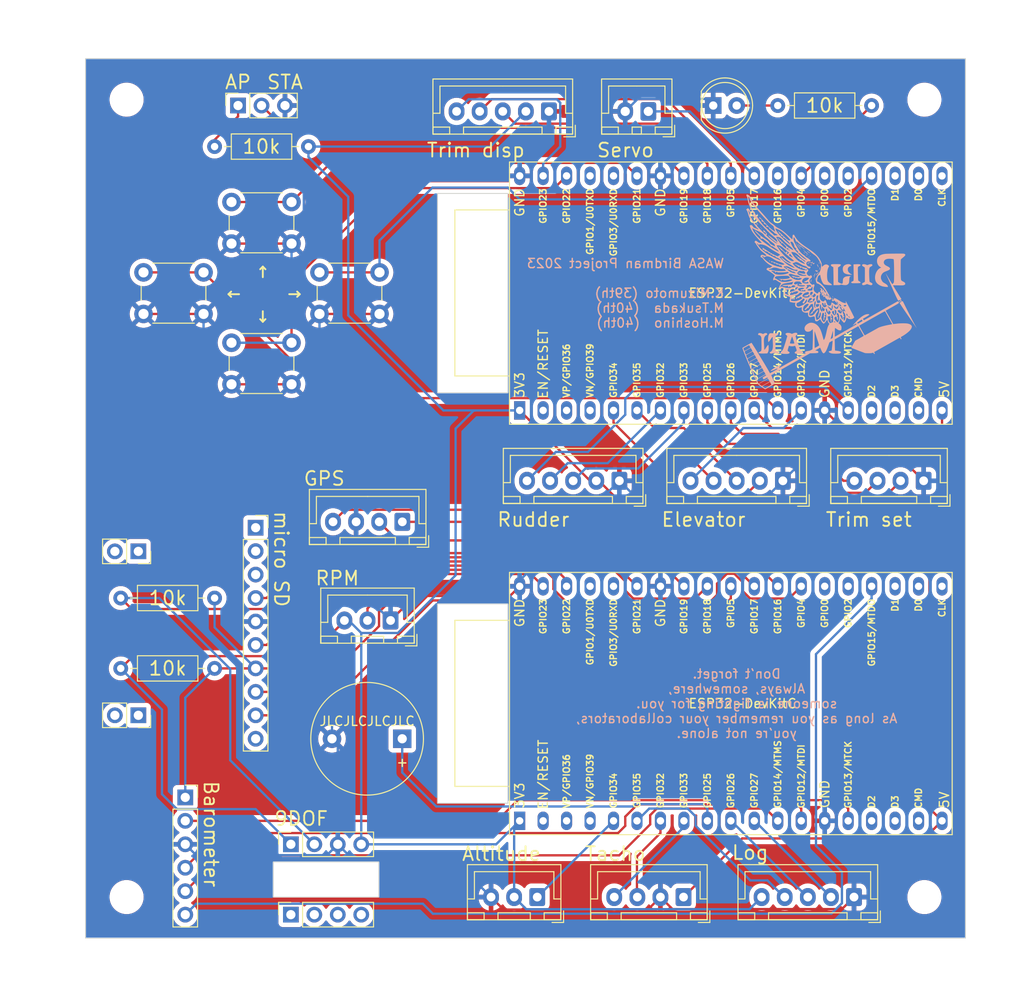
<source format=kicad_pcb>
(kicad_pcb (version 20221018) (generator pcbnew)
  (title_block (title "WASA2023年度電装基板") (rev "v1.0.0") (company "早稲田大学宇宙航空研究会WASA 鳥人間プロジェクト"))
  (layers (0 "F.Cu" signal) (31 "B.Cu" signal) (34 "B.Paste" user) (35 "F.Paste" user) (36 "B.SilkS" user "B.Silkscreen") (37 "F.SilkS" user "F.Silkscreen") (38 "B.Mask" user) (39 "F.Mask" user) (44 "Edge.Cuts" user))
  (net 0 "")
  (net 4 "Net-(D1-A)")
  (net 5 "/33A")
  (net 6 "/32A")
  (net 7 "/13A")
  (net 8 "/35A")
  (net 9 "/34A")
  (net 10 "/12A")
  (net 11 "/27A")
  (net 12 "/26A")
  (net 13 "/25A")
  (net 20 "/18A")
  (net 23 "/5A")
  (net 24 "/23A")
  (net 25 "/TX2A")
  (net 26 "/4A")
  (net 27 "/21A")
  (net 28 "/22A")
  (net 29 "/14A")
  (net 32 "/15A")
  (net 33 "+3.3V")
  (net 34 "GND")
  (net 35 "+5V")
  (net 37 "/19A")
  (net 38 "/34B")
  (net 39 "/35B")
  (net 40 "/32B")
  (net 41 "/33B")
  (net 42 "/25B")
  (net 43 "/26B")
  (net 44 "/27B")
  (net 45 "/14B")
  (net 52 "/12B")
  (net 55 "/13B")
  (net 56 "/15B")
  (net 57 "/4B")
  (net 58 "/RX2B")
  (net 59 "/TX2B")
  (net 60 "/5B")
  (net 61 "/18B")
  (net 64 "/19B")
  (net 65 "/21B")
  (net 66 "/22B")
  (net 67 "/23B")
  (net 83 "Net-(SW5-A)")
  (footprint "Connector_PinSocket_2.54mm:PinSocket_1x04_P2.54mm_Vertical" (layer "F.Cu") (at 85.725 148.59 90)
    (fp_text reference "J12" hide)
    (fp_text value "Conn_01x04")
  )
  (footprint "Connector_PinSocket_2.54mm:PinSocket_1x02_P2.54mm_Vertical" (layer "F.Cu") (at 69.215 116.865 -90)
    (fp_text reference "J15" hide)
    (fp_text value "Conn_01x02")
  )
  (footprint "Connector_PinSocket_2.54mm:PinSocket_1x10_P2.54mm_Vertical" (layer "F.Cu") (at 81.915 114.3)
    (fp_text reference "J14" hide)
    (fp_text value "Conn_01x10")
  )
  (footprint "Connector_JST:JST_XH_B4B-XH-A_1x04_P2.50mm_Vertical" (layer "F.Cu") (at 128.23 154.305 180)
    (fp_text reference "J9" hide)
    (fp_text value "Conn_01x04")
  )
  (footprint "Button_Switch_THT:SW_PUSH_6mm" (layer "F.Cu") (at 69.775 86.65)
    (fp_text reference "SW3" hide)
    (fp_text value "SW_Push")
  )
  (footprint "PCM_Espressif:ESP32-DevKitC" (layer "F.Cu") (at 110.4927 101.5963 90)
    (fp_text reference "U1" hide)
    (fp_text value "ESP32-DevKitC")
  )
  (footprint "Connector_JST:JST_XH_B5B-XH-A_1x05_P2.50mm_Vertical" (layer "F.Cu") (at 146.685 154.305 180)
    (fp_text reference "J8" hide)
    (fp_text value "Conn_01x05")
  )
  (footprint "Connector_PinSocket_2.54mm:PinSocket_1x02_P2.54mm_Vertical" (layer "F.Cu") (at 69.215 134.62 -90)
    (fp_text reference "J16" hide)
    (fp_text value "Conn_01x02")
  )
  (footprint "MountingHole:MountingHole_3.2mm_M3" (layer "F.Cu") (at 154.305 154.305)
    (fp_text reference "H4" hide)
    (fp_text value "MountingHole")
  )
  (footprint "Connector_JST:JST_XH_B3B-XH-A_1x03_P2.50mm_Vertical" (layer "F.Cu") (at 112.395 154.305 180)
    (fp_text reference "J7" hide)
    (fp_text value "Conn_01x03")
  )
  (footprint "MountingHole:MountingHole_3.2mm_M3" (layer "F.Cu") (at 154.305 67.945)
    (fp_text reference "H2" hide)
    (fp_text value "MountingHole")
  )
  (footprint "Connector_PinSocket_2.54mm:PinSocket_1x06_P2.54mm_Vertical" (layer "F.Cu") (at 74.295 143.51)
    (fp_text reference "J6" hide)
    (fp_text value "Conn_01x06")
  )
  (footprint "MountingHole:MountingHole_3.2mm_M3" (layer "F.Cu") (at 67.945 67.945)
    (fp_text reference "H1" hide)
    (fp_text value "MountingHole")
  )
  (footprint "Button_Switch_THT:SW_PUSH_6mm" (layer "F.Cu") (at 88.825 86.65)
    (fp_text reference "SW4" hide)
    (fp_text value "SW_Push")
  )
  (footprint "Connector_JST:JST_XH_B5B-XH-A_1x05_P2.50mm_Vertical" (layer "F.Cu") (at 113.665 69.215 180)
    (fp_text reference "J4" hide)
    (fp_text value "Conn_01x05")
  )
  (footprint "Button_Switch_THT:SW_PUSH_6mm" (layer "F.Cu") (at 79.3 94.27)
    (fp_text reference "SW2" hide)
    (fp_text value "SW_Push")
  )
  (footprint "Resistor_THT:R_Axial_DIN0207_L6.3mm_D2.5mm_P10.16mm_Horizontal" (layer "F.Cu") (at 67.31 129.54)
    (fp_text reference "R2" hide)
    (fp_text value "10k")
  )
  (footprint "Button_Switch_THT:SW_PUSH_6mm" (layer "F.Cu") (at 79.3 79.03)
    (fp_text reference "SW1" hide)
    (fp_text value "SW_Push")
  )
  (footprint "Resistor_THT:R_Axial_DIN0207_L6.3mm_D2.5mm_P10.16mm_Horizontal" (layer "F.Cu") (at 148.59 68.58 180)
    (fp_text reference "R1" hide)
    (fp_text value "10k")
  )
  (footprint "Connector_PinSocket_2.54mm:PinSocket_1x04_P2.54mm_Vertical" (layer "F.Cu") (at 85.725 156.21 90)
    (fp_text reference "J13" hide)
    (fp_text value "Conn_01x04")
  )
  (footprint "Buzzer_Beeper:Buzzer_12x9.5RM7.6" (layer "F.Cu") (at 97.78 137.16 180)
    (fp_text reference "BZ1" hide)
    (fp_text value "Buzzer")
  )
  (footprint "Connector_JST:JST_XH_B5B-XH-A_1x05_P2.50mm_Vertical" (layer "F.Cu") (at 121.285 109.22 180)
    (fp_text reference "J1" hide)
    (fp_text value "Conn_01x05")
  )
  (footprint "Connector_JST:JST_XH_B4B-XH-A_1x04_P2.50mm_Vertical" (layer "F.Cu") (at 97.79 113.665 180)
    (fp_text reference "J11" hide)
    (fp_text value "Conn_01x04")
  )
  (footprint "Connector_JST:JST_XH_B3B-XH-A_1x03_P2.50mm_Vertical" (layer "F.Cu") (at 96.52 124.35 180)
    (fp_text reference "J10" hide)
    (fp_text value "Conn_01x03")
  )
  (footprint "MountingHole:MountingHole_3.2mm_M3" (layer "F.Cu") (at 67.945 154.305)
    (fp_text reference "H3" hide)
    (fp_text value "MountingHole")
  )
  (footprint "Connector_JST:JST_XH_B5B-XH-A_1x05_P2.50mm_Vertical" (layer "F.Cu") (at 138.985 109.22 180)
    (fp_text reference "J2" hide)
    (fp_text value "Conn_01x05")
  )
  (footprint "Connector_JST:JST_XH_B4B-XH-A_1x04_P2.50mm_Vertical" (layer "F.Cu") (at 154.225 109.22 180)
    (fp_text reference "J3" hide)
    (fp_text value "Conn_01x04")
  )
  (footprint "Connector_JST:JST_XH_B2B-XH-A_1x02_P2.50mm_Vertical" (layer "F.Cu") (at 124.42 69.215 180)
    (fp_text reference "J5" hide)
    (fp_text value "Conn_01x02")
  )
  (footprint "LED_THT:LED_D5.0mm_Clear" (layer "F.Cu") (at 131.445 68.58)
    (fp_text reference "D1" hide)
    (fp_text value "LED")
  )
  (footprint "Resistor_THT:R_Axial_DIN0207_L6.3mm_D2.5mm_P10.16mm_Horizontal" (layer "F.Cu") (at 67.31 121.92)
    (fp_text reference "R3" hide)
    (fp_text value "10k")
  )
  (footprint "Resistor_THT:R_Axial_DIN0207_L6.3mm_D2.5mm_P10.16mm_Horizontal" (layer "F.Cu") (at 77.47 73.025)
    (fp_text reference "R4" hide)
    (fp_text value "10k")
  )
  (footprint "PCM_Espressif:ESP32-DevKitC" (layer "F.Cu") (at 110.4927 146.0463 90)
    (fp_text reference "U2" hide)
    (fp_text value "ESP32-DevKitC")
  )
  (footprint "Connector_PinSocket_2.54mm:PinSocket_1x03_P2.54mm_Vertical" (layer "F.Cu") (at 80.01 68.58 90)
    (fp_text reference "SW5" hide)
    (fp_text value "SW_Push_SPDT")
  )
  (footprint "LOGO" (layer "B.Cu") (at 143.51 88.9 180)
    (fp_text reference "G***" hide)
    (fp_text value "LOGO" hide)
  )
  (gr_rect (start 83.82 150.495) (end 95.25 154.305) (stroke (width 0.1)) (fill none) (layer "Edge.Cuts"))
  (gr_rect (start 101.6 78.105) (end 109.22 99.695) (stroke (width 0.1)) (fill none) (layer "Edge.Cuts"))
  (gr_rect (start 101.6 122.555) (end 109.22 144.145) (stroke (width 0.1)) (fill none) (layer "Edge.Cuts"))
  (gr_rect (start 63.5 63.5) (end 158.75 158.75) (stroke (width 0.1)) (fill none) (layer "Edge.Cuts"))
  (gr_text "Don't forget.\nAlways, somewhere,\nsomeone is fighting for you.\nAs long as you remember your collaborators,\nyou're not alone." (at 133.985 133.35) (layer "B.SilkS") (effects (font (size 1 1)) (justify mirror)))
  (gr_text "WASA Birdman Project 2023\n\nK.Mizumoto (39th)\nM.Tsukada  (40th)\nM.Hoshino  (40th)" (at 132.715 88.9) (layer "B.SilkS") (effects (font (size 1 1)) (justify left mirror)))
  (gr_text "10k" (at 72.39 121.92) (layer "F.SilkS") (effects (font (size 1.5 1.5) (thickness 0.2))))
  (gr_text "9DOF" (at 83.82 146.685) (layer "F.SilkS") (effects (font (size 1.5 1.5) (thickness 0.2)) (justify left bottom)))
  (gr_text "Tacho" (at 117.475 150.495) (layer "F.SilkS") (effects (font (size 1.5 1.5) (thickness 0.2)) (justify left bottom)))
  (gr_text "Rudder" (at 107.95 114.3) (layer "F.SilkS") (effects (font (size 1.5 1.5) (thickness 0.2)) (justify left bottom)))
  (gr_text "10k" (at 72.39 129.54) (layer "F.SilkS") (effects (font (size 1.5 1.5) (thickness 0.2))))
  (gr_text "JLCJLCJLCJLC" (at 93.98 135.255) (layer "F.SilkS") (effects (font (size 1 1))))
  (gr_text "STA" (at 85.09 66.04) (layer "F.SilkS") (effects (font (size 1.5 1.5) (thickness 0.2))))
  (gr_text "Elevator" (at 125.73 114.3) (layer "F.SilkS") (effects (font (size 1.5 1.5) (thickness 0.2)) (justify left bottom)))
  (gr_text "micro SD" (at 83.82 112.395 270) (layer "F.SilkS") (effects (font (size 1.5 1.5) (thickness 0.2)) (justify left bottom)))
  (gr_text "Altitude" (at 104.14 150.495) (layer "F.SilkS") (effects (font (size 1.5 1.5) (thickness 0.2)) (justify left bottom)))
  (gr_text "Log" (at 133.35 150.368) (layer "F.SilkS") (effects (font (size 1.5 1.5) (thickness 0.2)) (justify left bottom)))
  (gr_text "Barometer" (at 76.2 141.605 270) (layer "F.SilkS") (effects (font (size 1.5 1.5) (thickness 0.2)) (justify left bottom)))
  (gr_text "GPS" (at 86.995 109.855) (layer "F.SilkS") (effects (font (size 1.5 1.5) (thickness 0.2)) (justify left bottom)))
  (gr_text "10k" (at 143.51 68.58) (layer "F.SilkS") (effects (font (size 1.5 1.5) (thickness 0.2))))
  (gr_text "　　↑　\n←　　　→\n　　↓" (at 78.486 88.9) (layer "F.SilkS") (effects (font (size 1.5 1.5) (thickness 0.2)) (justify left)))
  (gr_text "Servo" (at 118.745 74.295) (layer "F.SilkS") (effects (font (size 1.5 1.5) (thickness 0.2)) (justify left bottom)))
  (gr_text "Trim disp" (at 100.33 74.295) (layer "F.SilkS") (effects (font (size 1.5 1.5) (thickness 0.2)) (justify left bottom)))
  (gr_text "AP" (at 80.01 66.04) (layer "F.SilkS") (effects (font (size 1.5 1.5) (thickness 0.2))))
  (gr_text "RPM" (at 88.265 120.65) (layer "F.SilkS") (effects (font (size 1.5 1.5) (thickness 0.2)) (justify left bottom)))
  (gr_text "Trim set" (at 143.51 114.3) (layer "F.SilkS") (effects (font (size 1.5 1.5) (thickness 0.2)) (justify left bottom)))
  (gr_text "10k" (at 82.55 73.025) (layer "F.SilkS") (effects (font (size 1.5 1.5) (thickness 0.2))))
  (segment (start 133.985 68.58) (end 138.43 68.58) (width 0.25) (layer "F.Cu") (net 4))
  (segment (start 117.6232 107.8818) (end 116.285 109.22) (width 0.25) (layer "B.Cu") (net 5))
  (segment (start 128.2727 102.9232) (end 123.3141 107.8818) (width 0.25) (layer "B.Cu") (net 5))
  (segment (start 128.2727 101.5963) (end 128.2727 102.9232) (width 0.25) (layer "B.Cu") (net 5))
  (segment (start 123.3141 107.8818) (end 117.6232 107.8818) (width 0.25) (layer "B.Cu") (net 5))
  (segment (start 115.69 107.315) (end 113.785 109.22) (width 0.25) (layer "B.Cu") (net 6))
  (segment (start 125.7327 101.5963) (end 120.014 107.315) (width 0.25) (layer "B.Cu") (net 6))
  (segment (start 120.014 107.315) (end 115.69 107.315) (width 0.25) (layer "B.Cu") (net 6))
  (segment (start 121.9227 102.0641) (end 117.889 106.0978) (width 0.25) (layer "B.Cu") (net 7))
  (segment (start 123.19 99.06) (end 121.9227 100.3273) (width 0.25) (layer "B.Cu") (net 7))
  (segment (start 143.5164 99.06) (end 123.19 99.06) (width 0.25) (layer "B.Cu") (net 7))
  (segment (start 117.889 106.0978) (end 114.4072 106.0978) (width 0.25) (layer "B.Cu") (net 7))
  (segment (start 114.4072 106.0978) (end 111.285 109.22) (width 0.25) (layer "B.Cu") (net 7))
  (segment (start 146.0527 101.5963) (end 143.5164 99.06) (width 0.25) (layer "B.Cu") (net 7))
  (segment (start 121.9227 100.3273) (end 121.9227 102.0641) (width 0.25) (layer "B.Cu") (net 7))
  (segment (start 128.27 103.505) (end 133.985 109.22) (width 0.25) (layer "F.Cu") (net 8))
  (segment (start 125.1014 103.505) (end 128.27 103.505) (width 0.25) (layer "F.Cu") (net 8))
  (segment (start 123.1927 101.5963) (end 125.1014 103.505) (width 0.25) (layer "F.Cu") (net 8))
  (segment (start 129.6803 107.4153) (end 131.485 109.22) (width 0.25) (layer "F.Cu") (net 9))
  (segment (start 120.6527 102.9232) (end 125.1448 107.4153) (width 0.25) (layer "F.Cu") (net 9))
  (segment (start 125.1448 107.4153) (end 129.6803 107.4153) (width 0.25) (layer "F.Cu") (net 9))
  (segment (start 120.6527 101.5963) (end 120.6527 102.9232) (width 0.25) (layer "F.Cu") (net 9))
  (segment (start 139.064 103.505) (end 134.7 103.505) (width 0.25) (layer "B.Cu") (net 10))
  (segment (start 140.9727 101.5963) (end 139.064 103.505) (width 0.25) (layer "B.Cu") (net 10))
  (segment (start 134.7 103.505) (end 128.985 109.22) (width 0.25) (layer "B.Cu") (net 10))
  (segment (start 139.8331 103.505) (end 137.8014 103.505) (width 0.25) (layer "F.Cu") (net 11))
  (segment (start 137.8014 103.505) (end 135.8927 101.5963) (width 0.25) (layer "F.Cu") (net 11))
  (segment (start 146.725 109.22) (end 145.5481 109.22) (width 0.25) (layer "F.Cu") (net 11))
  (segment (start 145.5481 109.22) (end 139.8331 103.505) (width 0.25) (layer "F.Cu") (net 11))
  (segment (start 133.3527 102.9232) (end 134.5695 104.14) (width 0.25) (layer "F.Cu") (net 12))
  (segment (start 147.9229 110.5221) (end 149.225 109.22) (width 0.25) (layer "F.Cu") (net 12))
  (segment (start 134.5695 104.14) (end 138.4977 104.14) (width 0.25) (layer "F.Cu") (net 12))
  (segment (start 133.3527 101.5963) (end 133.3527 102.9232) (width 0.25) (layer "F.Cu") (net 12))
  (segment (start 144.8798 110.5221) (end 147.9229 110.5221) (width 0.25) (layer "F.Cu") (net 12))
  (segment (start 138.4977 104.14) (end 144.8798 110.5221) (width 0.25) (layer "F.Cu") (net 12))
  (segment (start 151.725 109.26) (end 151.725 109.22) (width 0.25) (layer "F.Cu") (net 13))
  (segment (start 138.6998 105.2214) (end 144.4542 110.9758) (width 0.25) (layer "F.Cu") (net 13))
  (segment (start 150.0092 110.9758) (end 151.725 109.26) (width 0.25) (layer "F.Cu") (net 13))
  (segment (start 130.8127 102.9232) (end 133.1109 105.2214) (width 0.25) (layer "F.Cu") (net 13))
  (segment (start 130.8127 101.5963) (end 130.8127 102.9232) (width 0.25) (layer "F.Cu") (net 13))
  (segment (start 133.1109 105.2214) (end 138.6998 105.2214) (width 0.25) (layer "F.Cu") (net 13))
  (segment (start 144.4542 110.9758) (end 150.0092 110.9758) (width 0.25) (layer "F.Cu") (net 13))
  (segment (start 126.4862 70.5429) (end 121.4335 70.5429) (width 0.25) (layer "F.Cu") (net 20))
  (segment (start 121.4335 70.5429) (end 121.432 70.5414) (width 0.25) (layer "F.Cu") (net 20))
  (segment (start 121.432 70.5414) (end 109.9914 70.5414) (width 0.25) (layer "F.Cu") (net 20))
  (segment (start 109.9914 70.5414) (end 108.665 69.215) (width 0.25) (layer "F.Cu") (net 20))
  (segment (start 130.8127 76.1963) (end 130.8127 74.8694) (width 0.25) (layer "F.Cu") (net 20))
  (segment (start 130.8127 74.8694) (end 126.4862 70.5429) (width 0.25) (layer "F.Cu") (net 20))
  (segment (start 133.3527 74.8694) (end 126.3703 67.887) (width 0.25) (layer "F.Cu") (net 23))
  (segment (start 126.3703 67.887) (end 107.493 67.887) (width 0.25) (layer "F.Cu") (net 23))
  (segment (start 107.493 67.887) (end 106.165 69.215) (width 0.25) (layer "F.Cu") (net 23))
  (segment (start 133.3527 76.1963) (end 133.3527 74.8694) (width 0.25) (layer "F.Cu") (net 23))
  (segment (start 104.9823 67.8977) (end 103.665 69.215) (width 0.25) (layer "B.Cu") (net 24))
  (segment (start 114.5095 67.8977) (end 104.9823 67.8977) (width 0.25) (layer "B.Cu") (net 24))
  (segment (start 113.0327 76.1963) (end 113.0327 74.8694) (width 0.25) (layer "B.Cu") (net 24))
  (segment (start 114.8837 68.2719) (end 114.5095 67.8977) (width 0.25) (layer "B.Cu") (net 24))
  (segment (start 113.0327 74.8694) (end 114.8837 73.0184) (width 0.25) (layer "B.Cu") (net 24))
  (segment (start 114.8837 73.0184) (end 114.8837 68.2719) (width 0.25) (layer "B.Cu") (net 24))
  (segment (start 135.8927 76.1963) (end 128.9114 69.215) (width 0.25) (layer "B.Cu") (net 25))
  (segment (start 128.9114 69.215) (end 124.42 69.215) (width 0.25) (layer "B.Cu") (net 25))
  (segment (start 140.9727 76.1973) (end 148.59 68.58) (width 0.25) (layer "F.Cu") (net 26))
  (segment (start 140.9727 76.1963) (end 140.9727 76.1973) (width 0.25) (layer "F.Cu") (net 26))
  (segment (start 79.3 79.03) (end 85.8 79.03) (width 0.25) (layer "F.Cu") (net 27))
  (segment (start 121.7873 74.7909) (end 123.1927 76.1963) (width 0.25) (layer "F.Cu") (net 27))
  (segment (start 85.8 79.03) (end 90.0391 74.7909) (width 0.25) (layer "F.Cu") (net 27))
  (segment (start 90.0391 74.7909) (end 121.7873 74.7909) (width 0.25) (layer "F.Cu") (net 27))
  (segment (start 115.5727 76.1963) (end 114.2477 77.5213) (width 0.25) (layer "F.Cu") (net 28))
  (segment (start 96.0392 77.5213) (end 85.8 87.7605) (width 0.25) (layer "F.Cu") (net 28))
  (segment (start 114.2477 77.5213) (end 96.0392 77.5213) (width 0.25) (layer "F.Cu") (net 28))
  (segment (start 85.8 87.7605) (end 85.8 94.27) (width 0.25) (layer "F.Cu") (net 28))
  (segment (start 79.3 94.27) (end 85.8 94.27) (width 0.25) (layer "B.Cu") (net 28))
  (segment (start 138.4327 101.5963) (end 137.1077 100.2713) (width 0.25) (layer "F.Cu") (net 29))
  (segment (start 76.275 86.65) (end 69.775 86.65) (width 0.25) (layer "F.Cu") (net 29))
  (segment (start 89.955 100.33) (end 76.275 86.65) (width 0.25) (layer "F.Cu") (net 29))
  (segment (start 137.1077 100.2713) (end 90.0137 100.2713) (width 0.25) (layer "F.Cu") (net 29))
  (segment (start 90.0137 100.2713) (end 89.955 100.33) (width 0.25) (layer "F.Cu") (net 29))
  (segment (start 88.825 86.65) (end 95.325 86.65) (width 0.25) (layer "F.Cu") (net 32))
  (segment (start 148.5927 76.1963) (end 146.049 78.74) (width 0.25) (layer "B.Cu") (net 32))
  (segment (start 109.22 77.47) (end 101.0454 77.47) (width 0.25) (layer "B.Cu") (net 32))
  (segment (start 95.325 83.1904) (end 95.325 86.65) (width 0.25) (layer "B.Cu") (net 32))
  (segment (start 101.0454 77.47) (end 95.325 83.1904) (width 0.25) (layer "B.Cu") (net 32))
  (segment (start 110.49 78.74) (end 109.22 77.47) (width 0.25) (layer "B.Cu") (net 32))
  (segment (start 146.049 78.74) (end 110.49 78.74) (width 0.25) (layer "B.Cu") (net 32))
  (segment (start 136.485 109.22) (end 134.58 111.125) (width 0.25) (layer "F.Cu") (net 33))
  (segment (start 86.39155 129.54) (end 81.915 129.54) (width 0.25) (layer "F.Cu") (net 33))
  (segment (start 134.58 111.125) (end 120.9721 111.125) (width 0.25) (layer "F.Cu") (net 33))
  (segment (start 120.9721 111.125) (end 119.0671 109.22) (width 0.25) (layer "F.Cu") (net 33))
  (segment (start 110.4927 101.6027) (end 118.11 109.22) (width 0.25) (layer "F.Cu") (net 33))
  (segment (start 118.11 109.22) (end 118.785 109.22) (width 0.25) (layer "F.Cu") (net 33))
  (segment (start 81.915 129.54) (end 77.47 129.54) (width 0.25) (layer "F.Cu") (net 33))
  (segment (start 91.52 124.35) (end 91.52 124.41155) (width 0.25) (layer "F.Cu") (net 33))
  (segment (start 119.0671 109.22) (end 118.785 109.22) (width 0.25) (layer "F.Cu") (net 33))
  (segment (start 110.4927 101.5963) (end 110.4927 101.6027) (width 0.25) (layer "F.Cu") (net 33))
  (segment (start 91.52 124.41155) (end 86.39155 129.54) (width 0.25) (layer "F.Cu") (net 33))
  (segment (start 135.3733 155.6167) (end 111.2067 155.6167) (width 0.25) (layer "B.Cu") (net 33))
  (segment (start 91.9374 91.3024) (end 102.235 101.6) (width 0.25) (layer "B.Cu") (net 33))
  (segment (start 81.915 129.54) (end 77.47 125.095) (width 0.25) (layer "B.Cu") (net 33))
  (segment (start 91.9374 78.4593) (end 91.9374 91.3024) (width 0.25) (layer "B.Cu") (net 33))
  (segment (start 111.1387 69.215) (end 107.3287 73.025) (width 0.25) (layer "B.Cu") (net 33))
  (segment (start 107.949 148.59) (end 93.345 148.59) (width 0.25) (layer "B.Cu") (net 33))
  (segment (start 103.5582 119.4547) (end 103.5582 103.5732) (width 0.25) (layer "B.Cu") (net 33))
  (segment (start 91.9907 124.35) (end 93.345 125.7043) (width 0.25) (layer "B.Cu") (net 33))
  (segment (start 136.685 154.305) (end 135.3733 155.6167) (width 0.25) (layer "B.Cu") (net 33))
  (segment (start 105.6528 101.6) (end 110.489 101.6) (width 0.25) (layer "B.Cu") (net 33))
  (segment (start 110.4927 146.0463) (end 107.949 148.59) (width 0.25) (layer "B.Cu") (net 33))
  (segment (start 111.2067 155.6167) (end 109.895 154.305) (width 0.25) (layer "B.Cu") (net 33))
  (segment (start 97.3086 125.7043) (end 103.5582 119.4547) (width 0.25) (layer "B.Cu") (net 33))
  (segment (start 109.895 146.644) (end 109.895 154.305) (width 0.25) (layer "B.Cu") (net 33))
  (segment (start 111.165 69.215) (end 111.1387 69.215) (width 0.25) (layer "B.Cu") (net 33))
  (segment (start 107.3287 73.025) (end 87.63 73.025) (width 0.25) (layer "B.Cu") (net 33))
  (segment (start 110.489 101.6) (end 110.4927 101.5963) (width 0.25) (layer "B.Cu") (net 33))
  (segment (start 110.4927 146.0463) (end 109.895 146.644) (width 0.25) (layer "B.Cu") (net 33))
  (segment (start 105.5314 101.6) (end 105.6528 101.6) (width 0.25) (layer "B.Cu") (net 33))
  (segment (start 102.235 101.6) (end 105.6528 101.6) (width 0.25) (layer "B.Cu") (net 33))
  (segment (start 77.47 125.095) (end 77.47 121.92) (width 0.25) (layer "B.Cu") (net 33))
  (segment (start 93.345 125.7043) (end 93.345 147.4131) (width 0.25) (layer "B.Cu") (net 33))
  (segment (start 74.295 132.715) (end 74.295 143.51) (width 0.25) (layer "B.Cu") (net 33))
  (segment (start 87.63 74.1519) (end 91.9374 78.4593) (width 0.25) (layer "B.Cu") (net 33))
  (segment (start 103.5582 103.5732) (end 105.5314 101.6) (width 0.25) (layer "B.Cu") (net 33))
  (segment (start 77.47 129.54) (end 74.295 132.715) (width 0.25) (layer "B.Cu") (net 33))
  (segment (start 87.63 73.025) (end 87.63 74.1519) (width 0.25) (layer "B.Cu") (net 33))
  (segment (start 93.345 125.7043) (end 97.3086 125.7043) (width 0.25) (layer "B.Cu") (net 33))
  (segment (start 93.345 148.59) (end 93.345 147.4131) (width 0.25) (layer "B.Cu") (net 33))
  (segment (start 91.52 124.35) (end 91.9907 124.35) (width 0.25) (layer "B.Cu") (net 33))
  (segment (start 69.775 91.15) (end 76.275 91.15) (width 0.25) (layer "F.Cu") (net 34))
  (segment (start 99.1776 121.6924) (end 96.52 124.35) (width 0.25) (layer "F.Cu") (net 34))
  (segment (start 124.379 155.656) (end 125.73 154.305) (width 0.25) (layer "F.Cu") (net 34))
  (segment (start 148.51 103.505) (end 154.225 109.22) (width 0.25) (layer "F.Cu") (net 34))
  (segment (start 79.3 98.77) (end 85.8 98.77) (width 0.25) (layer "F.Cu") (net 34))
  (segment (start 107.395 154.305) (end 108.746 155.656) (width 0.25) (layer "F.Cu") (net 34))
  (segment (start 88.825 91.15) (end 95.325 91.15) (width 0.25) (layer "F.Cu") (net 34))
  (segment (start 145.4214 103.505) (end 148.51 103.505) (width 0.25) (layer "F.Cu") (net 34))
  (segment (start 121.92 69.215) (end 113.665 69.215) (width 0.25) (layer "F.Cu") (net 34))
  (segment (start 79.3 83.53) (end 85.8 83.53) (width 0.25) (layer "F.Cu") (net 34))
  (segment (start 108.746 155.656) (end 124.379 155.656) (width 0.25) (layer "F.Cu") (net 34))
  (segment (start 109.4466 121.6924) (end 99.1776 121.6924) (width 0.25) (layer "F.Cu") (net 34))
  (segment (start 127.0329 155.6079) (end 145.3821 155.6079) (width 0.25) (layer "F.Cu") (net 34))
  (segment (start 110.4927 120.6463) (end 109.4466 121.6924) (width 0.25) (layer "F.Cu") (net 34))
  (segment (start 145.3821 155.6079) (end 146.685 154.305) (width 0.25) (layer "F.Cu") (net 34))
  (segment (start 93.1337 76.1963) (end 110.4927 76.1963) (width 0.25) (layer "F.Cu") (net 34))
  (segment (start 85.8 83.53) (end 93.1337 76.1963) (width 0.25) (layer "F.Cu") (net 34))
  (segment (start 143.5127 101.5963) (end 145.4214 103.505) (width 0.25) (layer "F.Cu") (net 34))
  (segment (start 125.73 154.305) (end 127.0329 155.6079) (width 0.25) (layer "F.Cu") (net 34))
  (segment (start 90.18 137.16) (end 90.805 137.785) (width 0.25) (layer "B.Cu") (net 34))
  (segment (start 85.8 98.77) (end 88.825 95.745) (width 0.25) (layer "B.Cu") (net 34))
  (segment (start 125.7327 113.6677) (end 121.285 109.22) (width 0.25) (layer "B.Cu") (net 34))
  (segment (start 130.7305 67.8655) (end 131.445 68.58) (width 0.25) (layer "B.Cu") (net 34))
  (segment (start 93.0922 120.9222) (end 92.79 120.62) (width 0.25) (layer "B.Cu") (net 34))
  (segment (start 123.2695 67.8655) (end 130.7305 67.8655) (width 0.25) (layer "B.Cu") (net 34))
  (segment (start 90.805 148.59) (end 92.3433 150.1283) (width 0.25) (layer "B.Cu") (net 34))
  (segment (start 89.6281 149.7669) (end 75.4719 149.7669) (width 0.25) (layer "B.Cu") (net 34))
  (segment (start 90.18 126.375) (end 90.18 137.16) (width 0.25) (layer "B.Cu") (net 34))
  (segment (start 88.265 124.46) (end 89.5544 124.46) (width 0.25) (layer "B.Cu") (net 34))
  (segment (start 90.805 137.785) (end 90.805 148.59) (width 0.25) (layer "B.Cu") (net 34))
  (segment (start 76.275 95.745) (end 76.275 91.15) (width 0.25) (layer "B.Cu") (net 34))
  (segment (start 125.7327 74.8694) (end 121.92 71.0567) (width 0.25) (layer "B.Cu") (net 34))
  (segment (start 125.7327 120.6463) (end 125.7327 119.3194) (width 0.25) (layer "B.Cu") (net 34))
  (segment (start 85.8 88.125) (end 88.825 91.15) (width 0.25) (layer "B.Cu") (net 34))
  (segment (start 110.4927 120.0123) (end 121.285 109.22) (width 0.25) (layer "B.Cu") (net 34))
  (segment (start 89.5544 124.46) (end 93.0922 120.9222) (width 0.25) (layer "B.Cu") (net 34))
  (segment (start 87.1302 82.1998) (end 85.8 83.53) (width 0.25) (layer "B.Cu") (net 34))
  (segment (start 85.09 74.1696) (end 87.1302 76.2098) (width 0.25) (layer "B.Cu") (net 34))
  (segment (start 85.8 98.77) (end 92.79 105.76) (width 0.25) (layer "B.Cu") (net 34))
  (segment (start 110.4927 74.8694) (end 113.665 71.6971) (width 0.25) (layer "B.Cu") (net 34))
  (segment (start 143.5127 146.0463) (end 143.5127 147.3732) (width 0.25) (layer "B.Cu") (net 34))
  (segment (start 125.7327 76.1963) (end 125.7327 74.8694) (width 0.25) (layer "B.Cu") (net 34))
  (segment (start 113.665 71.6971) (end 113.665 69.215) (width 0.25) (layer "B.Cu") (net 34))
  (segment (start 81.915 124.46) (end 88.265 124.46) (width 0.25) (layer "B.Cu") (net 34))
  (segment (start 125.7327 119.3194) (end 125.7327 113.6677) (width 0.25) (layer "B.Cu") (net 34))
  (segment (start 146.685 154.305) (end 146.685 150.5455) (width 0.25) (layer "B.Cu") (net 34))
  (segment (start 87.1302 76.2098) (end 87.1302 82.1998) (width 0.25) (layer "B.Cu") (net 34))
  (segment (start 85.8 83.53) (end 85.8 88.125) (width 0.25) (layer "B.Cu") (net 34))
  (segment (start 121.92 71.0567) (end 121.92 69.215) (width 0.25) (layer "B.Cu") (net 34))
  (segment (start 92.79 105.76) (end 92.79 113.665) (width 0.25) (layer "B.Cu") (net 34))
  (segment (start 75.4719 149.7669) (end 74.295 148.59) (width 0.25) (layer "B.Cu") (net 34))
  (segment (start 96.52 124.35) (end 93.0922 120.9222) (width 0.25) (layer "B.Cu") (net 34))
  (segment (start 88.825 95.745) (end 88.825 91.15) (width 0.25) (layer "B.Cu") (net 34))
  (segment (start 110.4927 76.1963) (end 110.4927 74.8694) (width 0.25) (layer "B.Cu") (net 34))
  (segment (start 143.5127 101.5963) (end 143.5127 104.6923) (width 0.25) (layer "B.Cu") (net 34))
  (segment (start 92.79 120.62) (end 92.79 113.665) (width 0.25) (layer "B.Cu") (net 34))
  (segment (start 90.805 148.59) (end 89.6281 149.7669) (width 0.25) (layer "B.Cu") (net 34))
  (segment (start 88.265 124.46) (end 90.18 126.375) (width 0.25) (layer "B.Cu") (net 34))
  (segment (start 79.3 98.77) (end 76.275 95.745) (width 0.25) (layer "B.Cu") (net 34))
  (segment (start 92.3433 150.1283) (end 103.2183 150.1283) (width 0.25) (layer "B.Cu") (net 34))
  (segment (start 110.4927 120.6463) (end 110.4927 120.0123) (width 0.25) (layer "B.Cu") (net 34))
  (segment (start 85.09 68.58) (end 85.09 74.1696) (width 0.25) (layer "B.Cu") (net 34))
  (segment (start 146.685 150.5455) (end 143.5127 147.3732) (width 0.25) (layer "B.Cu") (net 34))
  (segment (start 143.5127 104.6923) (end 138.985 109.22) (width 0.25) (layer "B.Cu") (net 34))
  (segment (start 103.2183 150.1283) (end 107.395 154.305) (width 0.25) (layer "B.Cu") (net 34))
  (segment (start 121.92 69.215) (end 123.2695 67.8655) (width 0.25) (layer "B.Cu") (net 34))
  (segment (start 134.5373 113.6677) (end 125.7327 113.6677) (width 0.25) (layer "B.Cu") (net 34))
  (segment (start 138.985 109.22) (end 134.5373 113.6677) (width 0.25) (layer "B.Cu") (net 34))
  (segment (start 156.2127 101.5963) (end 156.2127 110.9898) (width 0.25) (layer "F.Cu") (net 35))
  (segment (start 154.8434 112.3591) (end 154.8434 144.6834) (width 0.25) (layer "F.Cu") (net 35))
  (segment (start 156.2127 146.0463) (end 154.304 147.955) (width 0.25) (layer "F.Cu") (net 35))
  (segment (start 154.304 147.955) (end 134.58 147.955) (width 0.25) (layer "F.Cu") (net 35))
  (segment (start 154.8434 144.6834) (end 156.2063 146.0463) (width 0.25) (layer "F.Cu") (net 35))
  (segment (start 91.5959 112.3591) (end 154.8434 112.3591) (width 0.25) (layer "F.Cu") (net 35))
  (segment (start 156.2127 110.9898) (end 154.8434 112.3591) (width 0.25) (layer "F.Cu") (net 35))
  (segment (start 156.2063 146.0463) (end 156.2127 146.0463) (width 0.25) (layer "F.Cu") (net 35))
  (segment (start 90.29 113.665) (end 91.5959 112.3591) (width 0.25) (layer "F.Cu") (net 35))
  (segment (start 134.58 147.955) (end 128.23 154.305) (width 0.25) (layer "F.Cu") (net 35))
  (segment (start 84.9633 70.9933) (end 118.8317 70.9933) (width 0.25) (layer "F.Cu") (net 37))
  (segment (start 118.8317 70.9933) (end 121.4984 73.66) (width 0.25) (layer "F.Cu") (net 37))
  (segment (start 125.7364 73.66) (end 128.2727 76.1963) (width 0.25) (layer "F.Cu") (net 37))
  (segment (start 121.4984 73.66) (end 125.7364 73.66) (width 0.25) (layer "F.Cu") (net 37))
  (segment (start 82.55 68.58) (end 84.9633 70.9933) (width 0.25) (layer "F.Cu") (net 37))
  (segment (start 120.6527 146.0473) (end 112.395 154.305) (width 0.25) (layer "B.Cu") (net 38))
  (segment (start 120.6527 146.0463) (end 120.6527 146.0473) (width 0.25) (layer "B.Cu") (net 38))
  (segment (start 137.3174 152.5003) (end 139.1221 154.305) (width 0.25) (layer "B.Cu") (net 39))
  (segment (start 128.6846 144.7194) (end 129.5427 145.5775) (width 0.25) (layer "B.Cu") (net 39))
  (segment (start 123.1927 146.0463) (end 124.5196 144.7194) (width 0.25) (layer "B.Cu") (net 39))
  (segment (start 135.4563 152.5003) (end 137.3174 152.5003) (width 0.25) (layer "B.Cu") (net 39))
  (segment (start 129.5427 146.5867) (end 135.4563 152.5003) (width 0.25) (layer "B.Cu") (net 39))
  (segment (start 129.5427 145.5775) (end 129.5427 146.5867) (width 0.25) (layer "B.Cu") (net 39))
  (segment (start 139.1221 154.305) (end 139.185 154.305) (width 0.25) (layer "B.Cu") (net 39))
  (segment (start 124.5196 144.7194) (end 128.6846 144.7194) (width 0.25) (layer "B.Cu") (net 39))
  (segment (start 125.7327 147.3732) (end 125.7327 146.0463) (width 0.25) (layer "F.Cu") (net 40))
  (segment (start 123.23 154.305) (end 123.19 154.265) (width 0.25) (layer "F.Cu") (net 40))
  (segment (start 123.19 154.265) (end 123.19 149.9159) (width 0.25) (layer "F.Cu") (net 40))
  (segment (start 123.19 149.9159) (end 125.7327 147.3732) (width 0.25) (layer "F.Cu") (net 40))
  (segment (start 128.2727 146.71025) (end 128.2727 146.0463) (width 0.25) (layer "B.Cu") (net 41))
  (segment (start 120.73 154.305) (end 120.73 154.25295) (width 0.25) (layer "B.Cu") (net 41))
  (segment (start 120.73 154.25295) (end 128.2727 146.71025) (width 0.25) (layer "B.Cu") (net 41))
  (segment (start 101.4668 144.4943) (end 97.78 140.8075) (width 0.25) (layer "B.Cu") (net 42))
  (segment (start 122.7787 144.4943) (end 101.4668 144.4943) (width 0.25) (layer "B.Cu") (net 42))
  (segment (start 130.8127 146.0463) (end 130.8127 144.7194) (width 0.25) (layer "B.Cu") (net 42))
  (segment (start 130.3298 144.2365) (end 123.0365 144.2365) (width 0.25) (layer "B.Cu") (net 42))
  (segment (start 123.0365 144.2365) (end 122.7787 144.4943) (width 0.25) (layer "B.Cu") (net 42))
  (segment (start 130.8127 144.7194) (end 130.3298 144.2365) (width 0.25) (layer "B.Cu") (net 42))
  (segment (start 97.78 140.8075) (end 97.78 137.16) (width 0.25) (layer "B.Cu") (net 42))
  (segment (start 133.3527 146.0463) (end 133.3834 146.0463) (width 0.25) (layer "B.Cu") (net 43))
  (segment (start 133.3834 146.0463) (end 141.6421 154.305) (width 0.25) (layer "B.Cu") (net 43))
  (segment (start 141.6421 154.305) (end 141.685 154.305) (width 0.25) (layer "B.Cu") (net 43))
  (segment (start 135.8927 146.0463) (end 135.9263 146.0463) (width 0.25) (layer "B.Cu") (net 44))
  (segment (start 135.9263 146.0463) (end 144.185 154.305) (width 0.25) (layer "B.Cu") (net 44))
  (segment (start 121.2696 149.783) (end 124.622 146.4306) (width 0.25) (layer "F.Cu") (net 45))
  (segment (start 78.182 149.783) (end 121.2696 149.783) (width 0.25) (layer "F.Cu") (net 45))
  (segment (start 124.622 146.4306) (end 124.622 145.4295) (width 0.25) (layer "F.Cu") (net 45))
  (segment (start 74.295 153.67) (end 78.182 149.783) (width 0.25) (layer "F.Cu") (net 45))
  (segment (start 137.1058 144.7194) (end 138.4327 146.0463) (width 0.25) (layer "F.Cu") (net 45))
  (segment (start 124.622 145.4295) (end 125.3321 144.7194) (width 0.25) (layer "F.Cu") (net 45))
  (segment (start 125.3321 144.7194) (end 137.1058 144.7194) (width 0.25) (layer "F.Cu") (net 45))
  (segment (start 121.9227 145.5929) (end 121.9227 146.5935) (width 0.25) (layer "F.Cu") (net 52))
  (segment (start 140.5159 144.2626) (end 123.253 144.2626) (width 0.25) (layer "F.Cu") (net 52))
  (segment (start 140.9727 146.0463) (end 140.9727 144.7194) (width 0.25) (layer "F.Cu") (net 52))
  (segment (start 121.143 147.3732) (end 78.00525 147.3732) (width 0.25) (layer "F.Cu") (net 52))
  (segment (start 140.9727 144.7194) (end 140.5159 144.2626) (width 0.25) (layer "F.Cu") (net 52))
  (segment (start 123.253 144.2626) (end 121.9227 145.5929) (width 0.25) (layer "F.Cu") (net 52))
  (segment (start 78.00525 147.3732) (end 74.295 151.08345) (width 0.25) (layer "F.Cu") (net 52))
  (segment (start 74.295 151.08345) (end 74.295 151.13) (width 0.25) (layer "F.Cu") (net 52))
  (segment (start 121.9227 146.5935) (end 121.143 147.3732) (width 0.25) (layer "F.Cu") (net 52))
  (segment (start 146.0527 144.7194) (end 145.144 143.8107) (width 0.25) (layer "F.Cu") (net 55))
  (segment (start 110.2858 143.8107) (end 108.0465 146.05) (width 0.25) (layer "F.Cu") (net 55))
  (segment (start 108.0465 146.05) (end 74.295 146.05) (width 0.25) (layer "F.Cu") (net 55))
  (segment (start 145.144 143.8107) (end 110.2858 143.8107) (width 0.25) (layer "F.Cu") (net 55))
  (segment (start 146.0527 146.0463) (end 146.0527 144.7194) (width 0.25) (layer "F.Cu") (net 55))
  (segment (start 75.4786 155.0264) (end 100.0147 155.0264) (width 0.25) (layer "B.Cu") (net 56))
  (segment (start 148.5927 121.9732) (end 148.5927 120.6463) (width 0.25) (layer "B.Cu") (net 56))
  (segment (start 74.295 156.21) (end 75.4786 155.0264) (width 0.25) (layer "B.Cu") (net 56))
  (segment (start 142.5703 127.9956) (end 148.5927 121.9732) (width 0.25) (layer "B.Cu") (net 56))
  (segment (start 100.0147 155.0264) (end 101.0976 156.1093) (width 0.25) (layer "B.Cu") (net 56))
  (segment (start 101.0976 156.1093) (end 144.2384 156.1093) (width 0.25) (layer "B.Cu") (net 56))
  (segment (start 145.378 154.9697) (end 145.378 151.5614) (width 0.25) (layer "B.Cu") (net 56))
  (segment (start 144.2384 156.1093) (end 145.378 154.9697) (width 0.25) (layer "B.Cu") (net 56))
  (segment (start 142.5703 148.7537) (end 142.5703 127.9956) (width 0.25) (layer "B.Cu") (net 56))
  (segment (start 145.378 151.5614) (end 142.5703 148.7537) (width 0.25) (layer "B.Cu") (net 56))
  (segment (start 98.2059 118.8622) (end 94.02 123.0481) (width 0.25) (layer "F.Cu") (net 57))
  (segment (start 135.4472 121.9713) (end 134.6227 121.1468) (width 0.25) (layer "F.Cu") (net 57))
  (segment (start 113.2303 118.8622) (end 98.2059 118.8622) (width 0.25) (layer "F.Cu") (net 57))
  (segment (start 130.9924 122.4448) (end 115.6385 122.4448) (width 0.25) (layer "F.Cu") (net 57))
  (segment (start 133.7331 119.2889) (end 132.9238 119.2889) (width 0.25) (layer "F.Cu") (net 57))
  (segment (start 139.6477 121.9713) (end 135.4472 121.9713) (width 0.25) (layer "F.Cu") (net 57))
  (segment (start 134.6227 121.1468) (end 134.6227 120.1785) (width 0.25) (layer "F.Cu") (net 57))
  (segment (start 140.9727 120.6463) (end 139.6477 121.9713) (width 0.25) (layer "F.Cu") (net 57))
  (segment (start 114.1436 120.9499) (end 114.1436 119.7755) (width 0.25) (layer "F.Cu") (net 57))
  (segment (start 134.6227 120.1785) (end 133.7331 119.2889) (width 0.25) (layer "F.Cu") (net 57))
  (segment (start 132.9238 119.2889) (end 131.8576 120.3551) (width 0.25) (layer "F.Cu") (net 57))
  (segment (start 131.8576 120.3551) (end 131.8576 121.5796) (width 0.25) (layer "F.Cu") (net 57))
  (segment (start 131.8576 121.5796) (end 130.9924 122.4448) (width 0.25) (layer "F.Cu") (net 57))
  (segment (start 115.6385 122.4448) (end 114.1436 120.9499) (width 0.25) (layer "F.Cu") (net 57))
  (segment (start 94.02 123.0481) (end 94.02 124.35) (width 0.25) (layer "F.Cu") (net 57))
  (segment (start 114.1436 119.7755) (end 113.2303 118.8622) (width 0.25) (layer "F.Cu") (net 57))
  (segment (start 131.445 113.665) (end 97.79 113.665) (width 0.25) (layer "F.Cu") (net 58))
  (segment (start 138.4263 120.6463) (end 131.445 113.665) (width 0.25) (layer "F.Cu") (net 58))
  (segment (start 138.4327 120.6463) (end 138.4263 120.6463) (width 0.25) (layer "F.Cu") (net 58))
  (segment (start 130.9197 115.6797) (end 97.2647 115.6797) (width 0.25) (layer "F.Cu") (net 59))
  (segment (start 95.29 113.705) (end 95.29 113.665) (width 0.25) (layer "F.Cu") (net 59))
  (segment (start 135.8927 120.6463) (end 135.8863 120.6463) (width 0.25) (layer "F.Cu") (net 59))
  (segment (start 97.2647 115.6797) (end 95.29 113.705) (width 0.25) (layer "F.Cu") (net 59))
  (segment (start 135.8863 120.6463) (end 130.9197 115.6797) (width 0.25) (layer "F.Cu") (net 59))
  (segment (start 81.915 134.62) (end 88.6315 134.62) (width 0.25) (layer "F.Cu") (net 60))
  (segment (start 101.0715 122.18) (end 109.489 122.18) (width 0.25) (layer "F.Cu") (net 60))
  (segment (start 132.4292 122.8967) (end 133.3527 121.9732) (width 0.25) (layer "F.Cu") (net 60))
  (segment (start 133.3527 120.6463) (end 133.3527 121.9732) (width 0.25) (layer "F.Cu") (net 60))
  (segment (start 109.489 122.18) (end 110.2057 122.8967) (width 0.25) (layer "F.Cu") (net 60))
  (segment (start 110.2057 122.8967) (end 132.4292 122.8967) (width 0.25) (layer "F.Cu") (net 60))
  (segment (start 88.6315 134.62) (end 101.0715 122.18) (width 0.25) (layer "F.Cu") (net 60))
  (segment (start 83.0919 127) (end 81.915 127) (width 0.25) (layer "F.Cu") (net 61))
  (segment (start 119.781 117.9584) (end 92.1335 117.9584) (width 0.25) (layer "F.Cu") (net 61))
  (segment (start 130.8127 120.6463) (end 129.4858 121.9732) (width 0.25) (layer "F.Cu") (net 61))
  (segment (start 121.9227 121.102) (end 121.9227 120.1001) (width 0.25) (layer "F.Cu") (net 61))
  (segment (start 122.7939 121.9732) (end 121.9227 121.102) (width 0.25) (layer "F.Cu") (net 61))
  (segment (start 129.4858 121.9732) (end 122.7939 121.9732) (width 0.25) (layer "F.Cu") (net 61))
  (segment (start 92.1335 117.9584) (end 83.0919 127) (width 0.25) (layer "F.Cu") (net 61))
  (segment (start 121.9227 120.1001) (end 119.781 117.9584) (width 0.25) (layer "F.Cu") (net 61))
  (segment (start 124.6746 117.0546) (end 87.9573 117.0546) (width 0.25) (layer "F.Cu") (net 64))
  (segment (start 128.2663 120.6463) (end 124.6746 117.0546) (width 0.25) (layer "F.Cu") (net 64))
  (segment (start 83.0919 121.92) (end 81.915 121.92) (width 0.25) (layer "F.Cu") (net 64))
  (segment (start 87.9573 117.0546) (end 83.0919 121.92) (width 0.25) (layer "F.Cu") (net 64))
  (segment (start 128.2727 120.6463) (end 128.2663 120.6463) (width 0.25) (layer "F.Cu") (net 64))
  (segment (start 68.5006 123.1106) (end 67.31 121.92) (width 0.25) (layer "F.Cu") (net 65))
  (segment (start 90.1432 117.5065) (end 84.5391 123.1106) (width 0.25) (layer "F.Cu") (net 65))
  (segment (start 123.1863 120.6463) (end 120.0465 117.5065) (width 0.25) (layer "F.Cu") (net 65))
  (segment (start 123.1927 120.6463) (end 123.1863 120.6463) (width 0.25) (layer "F.Cu") (net 65))
  (segment (start 120.0465 117.5065) (end 90.1432 117.5065) (width 0.25) (layer "F.Cu") (net 65))
  (segment (start 84.5391 123.1106) (end 68.5006 123.1106) (width 0.25) (layer "F.Cu") (net 65))
  (segment (start 79.1629 129.6099) (end 71.473 121.92) (width 0.25) (layer "B.Cu") (net 65))
  (segment (start 88.265 148.59) (end 79.1629 139.4879) (width 0.25) (layer "B.Cu") (net 65))
  (segment (start 79.1629 139.4879) (end 79.1629 129.6099) (width 0.25) (layer "B.Cu") (net 65))
  (segment (start 71.473 121.92) (end 67.31 121.92) (width 0.25) (layer "B.Cu") (net 65))
  (segment (start 113.99695 118.4103) (end 95.049 118.4103) (width 0.25) (layer "F.Cu") (net 66))
  (segment (start 95.049 118.4103) (end 85.2455 128.2138) (width 0.25) (layer "F.Cu") (net 66))
  (segment (start 115.5727 119.98605) (end 113.99695 118.4103) (width 0.25) (layer "F.Cu") (net 66))
  (segment (start 68.6362 128.2138) (end 67.31 129.54) (width 0.25) (layer "F.Cu") (net 66))
  (segment (start 115.5727 120.6463) (end 115.5727 119.98605) (width 0.25) (layer "F.Cu") (net 66))
  (segment (start 85.2455 128.2138) (end 68.6362 128.2138) (width 0.25) (layer "F.Cu") (net 66))
  (segment (start 71.7737 134.0037) (end 71.7737 143.1582) (width 0.25) (layer "B.Cu") (net 66))
  (segment (start 67.31 129.54) (end 71.7737 134.0037) (width 0.25) (layer "B.Cu") (net 66))
  (segment (start 81.915 144.78) (end 85.725 148.59) (width 0.25) (layer "B.Cu") (net 66))
  (segment (start 73.3955 144.78) (end 81.915 144.78) (width 0.25) (layer "B.Cu") (net 66))
  (segment (start 71.7737 143.1582) (end 73.3955 144.78) (width 0.25) (layer "B.Cu") (net 66))
  (segment (start 81.915 132.08) (end 88.1558 132.08) (width 0.25) (layer "F.Cu") (net 67))
  (segment (start 99.3868 119.3213) (end 111.7077 119.3213) (width 0.25) (layer "F.Cu") (net 67))
  (segment (start 95.2695 123.4386) (end 99.3868 119.3213) (width 0.25) (layer "F.Cu") (net 67))
  (segment (start 111.7077 119.3213) (end 113.0327 120.6463) (width 0.25) (layer "F.Cu") (net 67))
  (segment (start 95.2695 124.9663) (end 95.2695 123.4386) (width 0.25) (layer "F.Cu") (net 67))
  (segment (start 88.1558 132.08) (end 95.2695 124.9663) (width 0.25) (layer "F.Cu") (net 67))
  (segment (start 80.01 69.7569) (end 77.47 72.2969) (width 0.25) (layer "F.Cu") (net 83))
  (segment (start 77.47 72.2969) (end 77.47 73.025) (width 0.25) (layer "F.Cu") (net 83))
  (segment (start 80.01 68.58) (end 80.01 69.7569) (width 0.25) (layer "F.Cu") (net 83))
  (zone (net 34) (net_name "GND") (layers "F&B.Cu") (connect_pads (clearance 0.5)) (min_thickness 0.25) (fill yes (thermal_gap 0.5) (thermal_bridge_width 0.5))
    (polygon (pts (xy 57.15 57.15) (xy 57.15 165.1) (xy 165.1 165.1) (xy 165.1 57.15)))
  )
)
</source>
